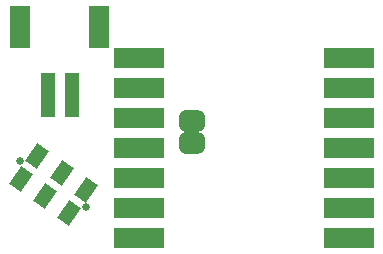
<source format=gbs>
G04*
G04 #@! TF.GenerationSoftware,Altium Limited,Altium Designer,21.8.1 (53)*
G04*
G04 Layer_Color=16711935*
%FSLAX25Y25*%
%MOIN*%
G70*
G04*
G04 #@! TF.SameCoordinates,4D66A8FD-5AEA-4BBE-AC91-A6DA004BC610*
G04*
G04*
G04 #@! TF.FilePolarity,Negative*
G04*
G01*
G75*
%ADD72C,0.02572*%
G04:AMPARAMS|DCode=73|XSize=86.74mil|YSize=70.99mil|CornerRadius=19.75mil|HoleSize=0mil|Usage=FLASHONLY|Rotation=0.000|XOffset=0mil|YOffset=0mil|HoleType=Round|Shape=RoundedRectangle|*
%AMROUNDEDRECTD73*
21,1,0.08674,0.03150,0,0,0.0*
21,1,0.04724,0.07099,0,0,0.0*
1,1,0.03950,0.02362,-0.01575*
1,1,0.03950,-0.02362,-0.01575*
1,1,0.03950,-0.02362,0.01575*
1,1,0.03950,0.02362,0.01575*
%
%ADD73ROUNDEDRECTD73*%
%ADD82R,0.06706X0.14186*%
%ADD83R,0.04737X0.14580*%
G04:AMPARAMS|DCode=84|XSize=70.99mil|YSize=47.37mil|CornerRadius=0mil|HoleSize=0mil|Usage=FLASHONLY|Rotation=55.000|XOffset=0mil|YOffset=0mil|HoleType=Round|Shape=Rectangle|*
%AMROTATEDRECTD84*
4,1,4,-0.00096,-0.04266,-0.03976,-0.01549,0.00096,0.04266,0.03976,0.01549,-0.00096,-0.04266,0.0*
%
%ADD84ROTATEDRECTD84*%

%ADD85R,0.16548X0.06800*%
D72*
X360334Y49091D02*
D03*
X338404Y64446D02*
D03*
D73*
X395505Y78000D02*
D03*
X395500Y70500D02*
D03*
D82*
X364689Y109343D02*
D03*
X338311D02*
D03*
D83*
X355437Y86705D02*
D03*
X347563D02*
D03*
D84*
X360141Y54993D02*
D03*
X352079Y60638D02*
D03*
X344016Y66284D02*
D03*
X354722Y47253D02*
D03*
X346659Y52899D02*
D03*
X338597Y58544D02*
D03*
D85*
X448000Y59000D02*
D03*
Y39000D02*
D03*
Y49000D02*
D03*
Y89000D02*
D03*
Y79000D02*
D03*
Y69000D02*
D03*
Y99000D02*
D03*
X378000D02*
D03*
Y69000D02*
D03*
Y79000D02*
D03*
Y89000D02*
D03*
Y59000D02*
D03*
Y49000D02*
D03*
Y39000D02*
D03*
M02*

</source>
